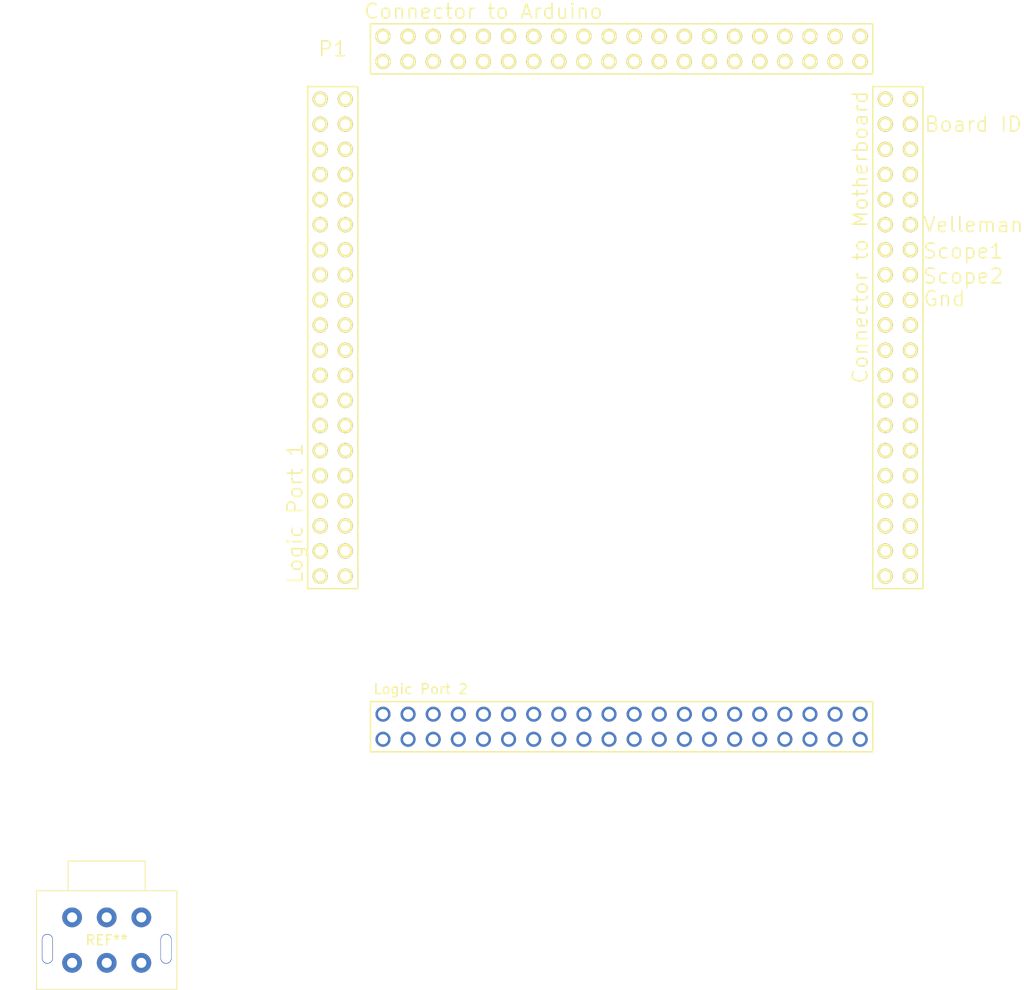
<source format=kicad_pcb>
(kicad_pcb (version 4) (host pcbnew 4.0.6)

  (general
    (links 0)
    (no_connects 0)
    (area 205.464999 23.854999 268.245001 98.065001)
    (thickness 1.6)
    (drawings 0)
    (tracks 0)
    (zones 0)
    (modules 2)
    (nets 1)
  )

  (page A4)
  (layers
    (0 F.Cu signal)
    (31 B.Cu signal)
    (32 B.Adhes user)
    (33 F.Adhes user)
    (34 B.Paste user)
    (35 F.Paste user)
    (36 B.SilkS user)
    (37 F.SilkS user)
    (38 B.Mask user)
    (39 F.Mask user)
    (40 Dwgs.User user)
    (41 Cmts.User user)
    (42 Eco1.User user)
    (43 Eco2.User user)
    (44 Edge.Cuts user)
    (45 Margin user)
    (46 B.CrtYd user)
    (47 F.CrtYd user)
    (48 B.Fab user)
    (49 F.Fab user)
  )

  (setup
    (last_trace_width 0.25)
    (trace_clearance 0.2)
    (zone_clearance 0.508)
    (zone_45_only no)
    (trace_min 0.2)
    (segment_width 0.2)
    (edge_width 0.15)
    (via_size 0.6)
    (via_drill 0.4)
    (via_min_size 0.4)
    (via_min_drill 0.3)
    (uvia_size 0.3)
    (uvia_drill 0.1)
    (uvias_allowed no)
    (uvia_min_size 0.2)
    (uvia_min_drill 0.1)
    (pcb_text_width 0.3)
    (pcb_text_size 1.5 1.5)
    (mod_edge_width 0.15)
    (mod_text_size 1 1)
    (mod_text_width 0.15)
    (pad_size 1.524 1.524)
    (pad_drill 0.762)
    (pad_to_mask_clearance 0.2)
    (aux_axis_origin 0 0)
    (visible_elements 7FFFFFFF)
    (pcbplotparams
      (layerselection 0x00030_80000001)
      (usegerberextensions false)
      (excludeedgelayer true)
      (linewidth 0.100000)
      (plotframeref false)
      (viasonmask false)
      (mode 1)
      (useauxorigin false)
      (hpglpennumber 1)
      (hpglpenspeed 20)
      (hpglpendiameter 15)
      (hpglpenoverlay 2)
      (psnegative false)
      (psa4output false)
      (plotreference true)
      (plotvalue true)
      (plotinvisibletext false)
      (padsonsilk false)
      (subtractmaskfromsilk false)
      (outputformat 1)
      (mirror false)
      (drillshape 1)
      (scaleselection 1)
      (outputdirectory ""))
  )

  (net 0 "")

  (net_class Default "This is the default net class."
    (clearance 0.2)
    (trace_width 0.25)
    (via_dia 0.6)
    (via_drill 0.4)
    (uvia_dia 0.3)
    (uvia_drill 0.1)
  )

  (module 40pinRevised (layer F.Cu) (tedit 5952C588) (tstamp 59530602)
    (at 224.79 44.45)
    (fp_text reference P1 (at -16.51 -17.78) (layer F.SilkS)
      (effects (font (size 1.5 1.5) (thickness 0.15)))
    )
    (fp_text value "" (at -8.255 -12.065) (layer F.SilkS)
      (effects (font (size 1.5 1.5) (thickness 0.15)))
    )
    (fp_text user "Logic Port 2" (at -7.62 46.99) (layer F.SilkS)
      (effects (font (size 1 1) (thickness 0.15)))
    )
    (fp_line (start -12.7 48.26) (end -12.7 53.34) (layer F.SilkS) (width 0.15))
    (fp_line (start -12.7 53.34) (end 38.1 53.34) (layer F.SilkS) (width 0.15))
    (fp_line (start 38.1 53.34) (end 38.1 48.26) (layer F.SilkS) (width 0.15))
    (fp_line (start 38.1 48.26) (end -12.7 48.26) (layer F.SilkS) (width 0.15))
    (fp_text user Scope2 (at 47.244 5.207) (layer F.SilkS)
      (effects (font (size 1.5 1.5) (thickness 0.15)))
    )
    (fp_text user Scope1 (at 47.244 2.667) (layer F.SilkS)
      (effects (font (size 1.5 1.5) (thickness 0.15)))
    )
    (fp_text user "Connector to Motherboard" (at 36.83 1.27 90) (layer F.SilkS)
      (effects (font (size 1.5 1.5) (thickness 0.15)))
    )
    (fp_line (start 12.7 -20.32) (end 38.1 -20.32) (layer F.SilkS) (width 0.15))
    (fp_line (start 38.1 -20.32) (end 38.1 -15.24) (layer F.SilkS) (width 0.15))
    (fp_line (start 38.1 -15.24) (end -12.7 -15.24) (layer F.SilkS) (width 0.15))
    (fp_line (start -13.97 10.16) (end -13.97 36.83) (layer F.SilkS) (width 0.15))
    (fp_line (start -13.97 36.83) (end -19.05 36.83) (layer F.SilkS) (width 0.15))
    (fp_line (start -19.05 36.83) (end -19.05 11.43) (layer F.SilkS) (width 0.15))
    (fp_line (start 43.18 11.43) (end 43.18 36.83) (layer F.SilkS) (width 0.15))
    (fp_line (start 43.18 36.83) (end 38.1 36.83) (layer F.SilkS) (width 0.15))
    (fp_line (start 38.1 36.83) (end 38.1 11.43) (layer F.SilkS) (width 0.15))
    (fp_text user "Board ID" (at 48.26 -10.16) (layer F.SilkS)
      (effects (font (size 1.5 1.5) (thickness 0.15)))
    )
    (fp_line (start 12.7 -20.32) (end -12.7 -20.32) (layer F.SilkS) (width 0.15))
    (fp_line (start -12.7 -20.32) (end -12.7 -15.24) (layer F.SilkS) (width 0.15))
    (fp_line (start 38.1 -13.97) (end 43.18 -13.97) (layer F.SilkS) (width 0.15))
    (fp_line (start 43.18 -13.97) (end 43.18 11.43) (layer F.SilkS) (width 0.15))
    (fp_line (start 38.1 11.43) (end 38.1 -13.97) (layer F.SilkS) (width 0.15))
    (fp_line (start -13.97 10.16) (end -13.97 -13.97) (layer F.SilkS) (width 0.15))
    (fp_line (start -13.97 -13.97) (end -19.05 -13.97) (layer F.SilkS) (width 0.15))
    (fp_line (start -19.05 -13.97) (end -19.05 11.43) (layer F.SilkS) (width 0.15))
    (fp_text user Velleman (at 48.26 0) (layer F.SilkS)
      (effects (font (size 1.5 1.5) (thickness 0.15)))
    )
    (fp_text user Gnd (at 45.339 7.493) (layer F.SilkS)
      (effects (font (size 1.5 1.5) (thickness 0.15)))
    )
    (fp_text user "Connector to Arduino" (at -1.27 -21.59) (layer F.SilkS)
      (effects (font (size 1.5 1.5) (thickness 0.15)))
    )
    (fp_text user "Logic Port 1" (at -20.32 29.21 90) (layer F.SilkS)
      (effects (font (size 1.5 1.5) (thickness 0.15)))
    )
    (pad 20 thru_hole circle (at 39.37 12.7) (size 1.524 1.524) (drill 1.016) (layers *.Cu *.Mask F.SilkS))
    (pad 12 thru_hole circle (at 39.37 22.86) (size 1.524 1.524) (drill 1.016) (layers *.Cu *.Mask F.SilkS))
    (pad 10 thru_hole circle (at 39.37 25.4) (size 1.524 1.524) (drill 1.016) (layers *.Cu *.Mask F.SilkS))
    (pad 9 thru_hole circle (at 41.91 25.4) (size 1.524 1.524) (drill 1.016) (layers *.Cu *.Mask F.SilkS))
    (pad 11 thru_hole circle (at 41.91 22.86) (size 1.524 1.524) (drill 1.016) (layers *.Cu *.Mask F.SilkS))
    (pad 3 thru_hole circle (at 41.91 33.02) (size 1.524 1.524) (drill 1.016) (layers *.Cu *.Mask F.SilkS))
    (pad 1 thru_hole circle (at 41.91 35.56) (size 1.524 1.524) (drill 1.016) (layers *.Cu *.Mask F.SilkS))
    (pad 4 thru_hole circle (at 39.37 33.02) (size 1.524 1.524) (drill 1.016) (layers *.Cu *.Mask F.SilkS))
    (pad 2 thru_hole circle (at 39.37 35.56) (size 1.524 1.524) (drill 1.016) (layers *.Cu *.Mask F.SilkS))
    (pad 6 thru_hole circle (at 39.37 30.48) (size 1.524 1.524) (drill 1.016) (layers *.Cu *.Mask F.SilkS))
    (pad 8 thru_hole circle (at 39.37 27.94) (size 1.524 1.524) (drill 1.016) (layers *.Cu *.Mask F.SilkS))
    (pad 5 thru_hole circle (at 41.91 30.48) (size 1.524 1.524) (drill 1.016) (layers *.Cu *.Mask F.SilkS))
    (pad 7 thru_hole circle (at 41.91 27.94) (size 1.524 1.524) (drill 1.016) (layers *.Cu *.Mask F.SilkS))
    (pad 15 thru_hole circle (at 41.91 17.78) (size 1.524 1.524) (drill 1.016) (layers *.Cu *.Mask F.SilkS))
    (pad 13 thru_hole circle (at 41.91 20.32) (size 1.524 1.524) (drill 1.016) (layers *.Cu *.Mask F.SilkS))
    (pad 17 thru_hole circle (at 41.91 15.24) (size 1.524 1.524) (drill 1.016) (layers *.Cu *.Mask F.SilkS))
    (pad 19 thru_hole circle (at 41.91 12.7) (size 1.524 1.524) (drill 1.016) (layers *.Cu *.Mask F.SilkS))
    (pad 18 thru_hole circle (at 39.37 15.24) (size 1.524 1.524) (drill 1.016) (layers *.Cu *.Mask F.SilkS))
    (pad 25 thru_hole circle (at 41.91 5.08) (size 1.524 1.524) (drill 1.016) (layers *.Cu *.Mask F.SilkS))
    (pad 26 thru_hole circle (at 39.37 5.08) (size 1.524 1.524) (drill 1.016) (layers *.Cu *.Mask F.SilkS))
    (pad 27 thru_hole circle (at 41.91 2.54) (size 1.524 1.524) (drill 1.016) (layers *.Cu *.Mask F.SilkS))
    (pad 28 thru_hole circle (at 39.37 2.54) (size 1.524 1.524) (drill 1.016) (layers *.Cu *.Mask F.SilkS))
    (pad 29 thru_hole circle (at 41.91 0) (size 1.524 1.524) (drill 1.016) (layers *.Cu *.Mask F.SilkS))
    (pad 30 thru_hole circle (at 39.37 0) (size 1.524 1.524) (drill 1.016) (layers *.Cu *.Mask F.SilkS))
    (pad 37 thru_hole circle (at 41.91 -10.16) (size 1.524 1.524) (drill 1.016) (layers *.Cu *.Mask F.SilkS))
    (pad 38 thru_hole circle (at 39.37 -10.16) (size 1.524 1.524) (drill 1.016) (layers *.Cu *.Mask F.SilkS))
    (pad 39 thru_hole circle (at 41.91 -12.7) (size 1.524 1.524) (drill 1.016) (layers *.Cu *.Mask F.SilkS))
    (pad 40 thru_hole circle (at 39.37 -12.7) (size 1.524 1.524) (drill 1.016) (layers *.Cu *.Mask F.SilkS))
    (pad 61 thru_hole circle (at 11.43 -19.05 90) (size 1.524 1.524) (drill 1.016) (layers *.Cu *.Mask F.SilkS))
    (pad 63 thru_hole circle (at 8.89 -19.05 90) (size 1.524 1.524) (drill 1.016) (layers *.Cu *.Mask F.SilkS))
    (pad 65 thru_hole circle (at 6.35 -19.05 90) (size 1.524 1.524) (drill 1.016) (layers *.Cu *.Mask F.SilkS))
    (pad 67 thru_hole circle (at 3.81 -19.05 90) (size 1.524 1.524) (drill 1.016) (layers *.Cu *.Mask F.SilkS))
    (pad 69 thru_hole circle (at 1.27 -19.05 90) (size 1.524 1.524) (drill 1.016) (layers *.Cu *.Mask F.SilkS))
    (pad 71 thru_hole circle (at -1.27 -19.05 90) (size 1.524 1.524) (drill 1.016) (layers *.Cu *.Mask F.SilkS))
    (pad 73 thru_hole circle (at -3.81 -19.05 90) (size 1.524 1.524) (drill 1.016) (layers *.Cu *.Mask F.SilkS))
    (pad 75 thru_hole circle (at -6.35 -19.05 90) (size 1.524 1.524) (drill 1.016) (layers *.Cu *.Mask F.SilkS))
    (pad 77 thru_hole circle (at -8.89 -19.05 90) (size 1.524 1.524) (drill 1.016) (layers *.Cu *.Mask F.SilkS))
    (pad 79 thru_hole circle (at -11.43 -19.05 90) (size 1.524 1.524) (drill 1.016) (layers *.Cu *.Mask F.SilkS))
    (pad 119 thru_hole circle (at -17.78 -12.7) (size 1.524 1.524) (drill 1.016) (layers *.Cu *.Mask F.SilkS))
    (pad 120 thru_hole circle (at -15.24 -12.7) (size 1.524 1.524) (drill 1.016) (layers *.Cu *.Mask F.SilkS))
    (pad 117 thru_hole circle (at -17.78 -10.16) (size 1.524 1.524) (drill 1.016) (layers *.Cu *.Mask F.SilkS))
    (pad 118 thru_hole circle (at -15.24 -10.16) (size 1.524 1.524) (drill 1.016) (layers *.Cu *.Mask F.SilkS))
    (pad 115 thru_hole circle (at -17.78 -7.62) (size 1.524 1.524) (drill 1.016) (layers *.Cu *.Mask F.SilkS))
    (pad 116 thru_hole circle (at -15.24 -7.62) (size 1.524 1.524) (drill 1.016) (layers *.Cu *.Mask F.SilkS))
    (pad 113 thru_hole circle (at -17.78 -5.08) (size 1.524 1.524) (drill 1.016) (layers *.Cu *.Mask F.SilkS))
    (pad 114 thru_hole circle (at -15.24 -5.08) (size 1.524 1.524) (drill 1.016) (layers *.Cu *.Mask F.SilkS))
    (pad 111 thru_hole circle (at -17.78 -2.54) (size 1.524 1.524) (drill 1.016) (layers *.Cu *.Mask F.SilkS))
    (pad 112 thru_hole circle (at -15.24 -2.54) (size 1.524 1.524) (drill 1.016) (layers *.Cu *.Mask F.SilkS))
    (pad 109 thru_hole circle (at -17.78 0) (size 1.524 1.524) (drill 1.016) (layers *.Cu *.Mask F.SilkS))
    (pad 110 thru_hole circle (at -15.24 0) (size 1.524 1.524) (drill 1.016) (layers *.Cu *.Mask F.SilkS))
    (pad 107 thru_hole circle (at -17.78 2.54) (size 1.524 1.524) (drill 1.016) (layers *.Cu *.Mask F.SilkS))
    (pad 108 thru_hole circle (at -15.24 2.54) (size 1.524 1.524) (drill 1.016) (layers *.Cu *.Mask F.SilkS))
    (pad 105 thru_hole circle (at -17.78 5.08) (size 1.524 1.524) (drill 1.016) (layers *.Cu *.Mask F.SilkS))
    (pad 106 thru_hole circle (at -15.24 5.08) (size 1.524 1.524) (drill 1.016) (layers *.Cu *.Mask F.SilkS))
    (pad 103 thru_hole circle (at -17.78 7.62) (size 1.524 1.524) (drill 1.016) (layers *.Cu *.Mask F.SilkS))
    (pad 104 thru_hole circle (at -15.24 7.62) (size 1.524 1.524) (drill 1.016) (layers *.Cu *.Mask F.SilkS))
    (pad 101 thru_hole circle (at -17.78 10.16) (size 1.524 1.524) (drill 1.016) (layers *.Cu *.Mask F.SilkS))
    (pad 102 thru_hole circle (at -15.24 10.16) (size 1.524 1.524) (drill 1.016) (layers *.Cu *.Mask F.SilkS))
    (pad 99 thru_hole circle (at -17.78 12.7 90) (size 1.524 1.524) (drill 1.016) (layers *.Cu *.Mask F.SilkS))
    (pad 100 thru_hole circle (at -15.24 12.7 90) (size 1.524 1.524) (drill 1.016) (layers *.Cu *.Mask F.SilkS))
    (pad 97 thru_hole circle (at -17.78 15.24 90) (size 1.524 1.524) (drill 1.016) (layers *.Cu *.Mask F.SilkS))
    (pad 98 thru_hole circle (at -15.24 15.24 90) (size 1.524 1.524) (drill 1.016) (layers *.Cu *.Mask F.SilkS))
    (pad 95 thru_hole circle (at -17.78 17.78 90) (size 1.524 1.524) (drill 1.016) (layers *.Cu *.Mask F.SilkS))
    (pad 96 thru_hole circle (at -15.24 17.78 90) (size 1.524 1.524) (drill 1.016) (layers *.Cu *.Mask F.SilkS))
    (pad 93 thru_hole circle (at -17.78 20.32 90) (size 1.524 1.524) (drill 1.016) (layers *.Cu *.Mask F.SilkS))
    (pad 94 thru_hole circle (at -15.24 20.32 90) (size 1.524 1.524) (drill 1.016) (layers *.Cu *.Mask F.SilkS))
    (pad 91 thru_hole circle (at -17.78 22.86 90) (size 1.524 1.524) (drill 1.016) (layers *.Cu *.Mask F.SilkS))
    (pad 92 thru_hole circle (at -15.24 22.86 90) (size 1.524 1.524) (drill 1.016) (layers *.Cu *.Mask F.SilkS))
    (pad 89 thru_hole circle (at -17.78 25.4 90) (size 1.524 1.524) (drill 1.016) (layers *.Cu *.Mask F.SilkS))
    (pad 90 thru_hole circle (at -15.24 25.4 90) (size 1.524 1.524) (drill 1.016) (layers *.Cu *.Mask F.SilkS))
    (pad 87 thru_hole circle (at -17.78 27.94 90) (size 1.524 1.524) (drill 1.016) (layers *.Cu *.Mask F.SilkS))
    (pad 88 thru_hole circle (at -15.24 27.94 90) (size 1.524 1.524) (drill 1.016) (layers *.Cu *.Mask F.SilkS))
    (pad 85 thru_hole circle (at -17.78 30.48 90) (size 1.524 1.524) (drill 1.016) (layers *.Cu *.Mask F.SilkS))
    (pad 86 thru_hole circle (at -15.24 30.48 90) (size 1.524 1.524) (drill 1.016) (layers *.Cu *.Mask F.SilkS))
    (pad 83 thru_hole circle (at -17.78 33.02 90) (size 1.524 1.524) (drill 1.016) (layers *.Cu *.Mask F.SilkS))
    (pad 84 thru_hole circle (at -15.24 33.02 90) (size 1.524 1.524) (drill 1.016) (layers *.Cu *.Mask F.SilkS))
    (pad 81 thru_hole circle (at -17.78 35.56 90) (size 1.524 1.524) (drill 1.016) (layers *.Cu *.Mask F.SilkS))
    (pad 82 thru_hole circle (at -15.24 35.56 90) (size 1.524 1.524) (drill 1.016) (layers *.Cu *.Mask F.SilkS))
    (pad 59 thru_hole circle (at 13.97 -19.05 90) (size 1.524 1.524) (drill 1.016) (layers *.Cu *.Mask F.SilkS))
    (pad 57 thru_hole circle (at 16.51 -19.05 90) (size 1.524 1.524) (drill 1.016) (layers *.Cu *.Mask F.SilkS))
    (pad 55 thru_hole circle (at 19.05 -19.05 90) (size 1.524 1.524) (drill 1.016) (layers *.Cu *.Mask F.SilkS))
    (pad 53 thru_hole circle (at 21.59 -19.05 90) (size 1.524 1.524) (drill 1.016) (layers *.Cu *.Mask F.SilkS))
    (pad 51 thru_hole circle (at 24.13 -19.05 90) (size 1.524 1.524) (drill 1.016) (layers *.Cu *.Mask F.SilkS))
    (pad 49 thru_hole circle (at 26.67 -19.05 90) (size 1.524 1.524) (drill 1.016) (layers *.Cu *.Mask F.SilkS))
    (pad 47 thru_hole circle (at 29.21 -19.05 90) (size 1.524 1.524) (drill 1.016) (layers *.Cu *.Mask F.SilkS))
    (pad 45 thru_hole circle (at 31.75 -19.05 90) (size 1.524 1.524) (drill 1.016) (layers *.Cu *.Mask F.SilkS))
    (pad 43 thru_hole circle (at 34.29 -19.05 90) (size 1.524 1.524) (drill 1.016) (layers *.Cu *.Mask F.SilkS))
    (pad 41 thru_hole circle (at 36.83 -19.05 90) (size 1.524 1.524) (drill 1.016) (layers *.Cu *.Mask F.SilkS))
    (pad 80 thru_hole circle (at -11.43 -16.51 90) (size 1.524 1.524) (drill 1.016) (layers *.Cu *.Mask F.SilkS))
    (pad 78 thru_hole circle (at -8.89 -16.51 90) (size 1.524 1.524) (drill 1.016) (layers *.Cu *.Mask F.SilkS))
    (pad 76 thru_hole circle (at -6.35 -16.51 90) (size 1.524 1.524) (drill 1.016) (layers *.Cu *.Mask F.SilkS))
    (pad 74 thru_hole circle (at -3.81 -16.51 90) (size 1.524 1.524) (drill 1.016) (layers *.Cu *.Mask F.SilkS))
    (pad 72 thru_hole circle (at -1.27 -16.51 90) (size 1.524 1.524) (drill 1.016) (layers *.Cu *.Mask F.SilkS))
    (pad 70 thru_hole circle (at 1.27 -16.51 90) (size 1.524 1.524) (drill 1.016) (layers *.Cu *.Mask F.SilkS))
    (pad 68 thru_hole circle (at 3.81 -16.51 90) (size 1.524 1.524) (drill 1.016) (layers *.Cu *.Mask F.SilkS))
    (pad 66 thru_hole circle (at 6.35 -16.51 90) (size 1.524 1.524) (drill 1.016) (layers *.Cu *.Mask F.SilkS))
    (pad 64 thru_hole circle (at 8.89 -16.51 90) (size 1.524 1.524) (drill 1.016) (layers *.Cu *.Mask F.SilkS))
    (pad 62 thru_hole circle (at 11.43 -16.51 90) (size 1.524 1.524) (drill 1.016) (layers *.Cu *.Mask F.SilkS))
    (pad 60 thru_hole circle (at 13.97 -16.51 90) (size 1.524 1.524) (drill 1.016) (layers *.Cu *.Mask F.SilkS))
    (pad 58 thru_hole circle (at 16.51 -16.51 90) (size 1.524 1.524) (drill 1.016) (layers *.Cu *.Mask F.SilkS))
    (pad 56 thru_hole circle (at 19.05 -16.51 90) (size 1.524 1.524) (drill 1.016) (layers *.Cu *.Mask F.SilkS))
    (pad 54 thru_hole circle (at 21.59 -16.51 90) (size 1.524 1.524) (drill 1.016) (layers *.Cu *.Mask F.SilkS))
    (pad 52 thru_hole circle (at 24.13 -16.51 90) (size 1.524 1.524) (drill 1.016) (layers *.Cu *.Mask F.SilkS))
    (pad 50 thru_hole circle (at 26.67 -16.51 90) (size 1.524 1.524) (drill 1.016) (layers *.Cu *.Mask F.SilkS))
    (pad 48 thru_hole circle (at 29.21 -16.51 90) (size 1.524 1.524) (drill 1.016) (layers *.Cu *.Mask F.SilkS))
    (pad 46 thru_hole circle (at 31.75 -16.51 90) (size 1.524 1.524) (drill 1.016) (layers *.Cu *.Mask F.SilkS))
    (pad 44 thru_hole circle (at 34.29 -16.51 90) (size 1.524 1.524) (drill 1.016) (layers *.Cu *.Mask F.SilkS))
    (pad 42 thru_hole circle (at 36.83 -16.51 90) (size 1.524 1.524) (drill 1.016) (layers *.Cu *.Mask F.SilkS))
    (pad 36 thru_hole circle (at 39.37 -7.62) (size 1.524 1.524) (drill 1.016) (layers *.Cu *.Mask F.SilkS))
    (pad 35 thru_hole circle (at 41.91 -7.62) (size 1.524 1.524) (drill 1.016) (layers *.Cu *.Mask F.SilkS))
    (pad 34 thru_hole circle (at 39.37 -5.08) (size 1.524 1.524) (drill 1.016) (layers *.Cu *.Mask F.SilkS))
    (pad 33 thru_hole circle (at 41.91 -5.08) (size 1.524 1.524) (drill 1.016) (layers *.Cu *.Mask F.SilkS))
    (pad 32 thru_hole circle (at 39.37 -2.54) (size 1.524 1.524) (drill 1.016) (layers *.Cu *.Mask F.SilkS))
    (pad 31 thru_hole circle (at 41.91 -2.54) (size 1.524 1.524) (drill 1.016) (layers *.Cu *.Mask F.SilkS))
    (pad 24 thru_hole circle (at 39.37 7.62) (size 1.524 1.524) (drill 1.016) (layers *.Cu *.Mask F.SilkS))
    (pad 22 thru_hole circle (at 39.37 10.16) (size 1.524 1.524) (drill 1.016) (layers *.Cu *.Mask F.SilkS))
    (pad 23 thru_hole circle (at 41.91 7.62) (size 1.524 1.524) (drill 1.016) (layers *.Cu *.Mask F.SilkS))
    (pad 21 thru_hole circle (at 41.91 10.16) (size 1.524 1.524) (drill 1.016) (layers *.Cu *.Mask F.SilkS))
    (pad 16 thru_hole circle (at 39.37 17.78) (size 1.524 1.524) (drill 1.016) (layers *.Cu *.Mask F.SilkS))
    (pad 14 thru_hole circle (at 39.37 20.32) (size 1.524 1.524) (drill 1.016) (layers *.Cu *.Mask F.SilkS))
    (pad 81 thru_hole circle (at -11.43 49.53) (size 1.524 1.524) (drill 1.016) (layers *.Cu *.Mask))
    (pad 82 thru_hole circle (at -11.43 52.07) (size 1.524 1.524) (drill 1.016) (layers *.Cu *.Mask))
    (pad 83 thru_hole circle (at -8.89 49.53) (size 1.524 1.524) (drill 1.016) (layers *.Cu *.Mask))
    (pad 84 thru_hole circle (at -8.89 52.07) (size 1.524 1.524) (drill 1.016) (layers *.Cu *.Mask))
    (pad 85 thru_hole circle (at -6.35 49.53) (size 1.524 1.524) (drill 1.016) (layers *.Cu *.Mask))
    (pad 86 thru_hole circle (at -6.35 52.07) (size 1.524 1.524) (drill 1.016) (layers *.Cu *.Mask))
    (pad 87 thru_hole circle (at -3.81 49.53) (size 1.524 1.524) (drill 1.016) (layers *.Cu *.Mask))
    (pad 88 thru_hole circle (at -3.81 52.07) (size 1.524 1.524) (drill 1.016) (layers *.Cu *.Mask))
    (pad 89 thru_hole circle (at -1.27 49.53) (size 1.524 1.524) (drill 1.016) (layers *.Cu *.Mask))
    (pad 90 thru_hole circle (at -1.27 52.07) (size 1.524 1.524) (drill 1.016) (layers *.Cu *.Mask))
    (pad 91 thru_hole circle (at 1.27 49.53) (size 1.524 1.524) (drill 1.016) (layers *.Cu *.Mask))
    (pad 92 thru_hole circle (at 1.27 52.07) (size 1.524 1.524) (drill 1.016) (layers *.Cu *.Mask))
    (pad 93 thru_hole circle (at 3.81 49.53) (size 1.524 1.524) (drill 1.016) (layers *.Cu *.Mask))
    (pad 94 thru_hole circle (at 3.81 52.07) (size 1.524 1.524) (drill 1.016) (layers *.Cu *.Mask))
    (pad 95 thru_hole circle (at 6.35 49.53) (size 1.524 1.524) (drill 1.016) (layers *.Cu *.Mask))
    (pad 96 thru_hole circle (at 6.35 52.07) (size 1.524 1.524) (drill 1.016) (layers *.Cu *.Mask))
    (pad 97 thru_hole circle (at 8.89 49.53) (size 1.524 1.524) (drill 1.016) (layers *.Cu *.Mask))
    (pad 98 thru_hole circle (at 8.89 52.07) (size 1.524 1.524) (drill 1.016) (layers *.Cu *.Mask))
    (pad 99 thru_hole circle (at 11.43 49.53) (size 1.524 1.524) (drill 1.016) (layers *.Cu *.Mask))
    (pad 100 thru_hole circle (at 11.43 52.07) (size 1.524 1.524) (drill 1.016) (layers *.Cu *.Mask))
    (pad 101 thru_hole circle (at 13.97 49.53) (size 1.524 1.524) (drill 1.016) (layers *.Cu *.Mask))
    (pad 102 thru_hole circle (at 13.97 52.07) (size 1.524 1.524) (drill 1.016) (layers *.Cu *.Mask))
    (pad 103 thru_hole circle (at 16.51 49.53) (size 1.524 1.524) (drill 1.016) (layers *.Cu *.Mask))
    (pad 104 thru_hole circle (at 16.51 52.07) (size 1.524 1.524) (drill 1.016) (layers *.Cu *.Mask))
    (pad 105 thru_hole circle (at 19.05 49.53) (size 1.524 1.524) (drill 1.016) (layers *.Cu *.Mask))
    (pad 106 thru_hole circle (at 19.05 52.07) (size 1.524 1.524) (drill 1.016) (layers *.Cu *.Mask))
    (pad 107 thru_hole circle (at 21.59 49.53) (size 1.524 1.524) (drill 1.016) (layers *.Cu *.Mask))
    (pad 108 thru_hole circle (at 21.59 52.07) (size 1.524 1.524) (drill 1.016) (layers *.Cu *.Mask))
    (pad 109 thru_hole circle (at 24.13 49.53) (size 1.524 1.524) (drill 1.016) (layers *.Cu *.Mask))
    (pad 110 thru_hole circle (at 24.13 52.07) (size 1.524 1.524) (drill 1.016) (layers *.Cu *.Mask))
    (pad 111 thru_hole circle (at 26.67 49.53) (size 1.524 1.524) (drill 1.016) (layers *.Cu *.Mask))
    (pad 112 thru_hole circle (at 26.67 52.07) (size 1.524 1.524) (drill 1.016) (layers *.Cu *.Mask))
    (pad 113 thru_hole circle (at 29.21 49.53) (size 1.524 1.524) (drill 1.016) (layers *.Cu *.Mask))
    (pad 114 thru_hole circle (at 29.21 52.07) (size 1.524 1.524) (drill 1.016) (layers *.Cu *.Mask))
    (pad 115 thru_hole circle (at 31.75 49.53) (size 1.524 1.524) (drill 1.016) (layers *.Cu *.Mask))
    (pad 116 thru_hole circle (at 31.75 52.07) (size 1.524 1.524) (drill 1.016) (layers *.Cu *.Mask))
    (pad 117 thru_hole circle (at 34.29 49.53) (size 1.524 1.524) (drill 1.016) (layers *.Cu *.Mask))
    (pad 118 thru_hole circle (at 34.29 52.07) (size 1.524 1.524) (drill 1.016) (layers *.Cu *.Mask))
    (pad 119 thru_hole circle (at 36.83 49.53) (size 1.524 1.524) (drill 1.016) (layers *.Cu *.Mask))
    (pad 120 thru_hole circle (at 36.83 52.07) (size 1.524 1.524) (drill 1.016) (layers *.Cu *.Mask))
  )

  (module RLS_CustomFootprints:Molex_UltraFit_6pin_3.50mm (layer F.Cu) (tedit 595EDE4E) (tstamp 595EE35C)
    (at 185.42 116.84)
    (fp_text reference REF** (at 0 0) (layer F.SilkS)
      (effects (font (size 1 1) (thickness 0.15)))
    )
    (fp_text value Molex_UltraFit_6pin_3.50mm (at 0 -9) (layer F.Fab)
      (effects (font (size 1 1) (thickness 0.15)))
    )
    (fp_line (start -3.9 -5) (end -3.9 -8) (layer F.SilkS) (width 0.1))
    (fp_line (start -3.9 -8) (end 3.9 -8) (layer F.SilkS) (width 0.1))
    (fp_line (start 3.9 -8) (end 3.9 -5) (layer F.SilkS) (width 0.1))
    (fp_line (start -7.1 -5) (end -7.1 5) (layer F.SilkS) (width 0.1))
    (fp_line (start -7.1 5) (end 7.1 5) (layer F.SilkS) (width 0.1))
    (fp_line (start 7.1 5) (end 7.1 -5) (layer F.SilkS) (width 0.1))
    (fp_line (start 7.1 -5) (end -7.1 -5) (layer F.SilkS) (width 0.1))
    (pad CLIP thru_hole oval (at -6 0.88) (size 1.1 3) (drill oval 1 2.86) (layers *.Cu *.Mask))
    (pad 1 thru_hole circle (at -3.5 -2.3) (size 2 2) (drill 1.02) (layers *.Cu *.Mask))
    (pad 2 thru_hole circle (at 0 -2.3) (size 2 2) (drill 1.02) (layers *.Cu *.Mask))
    (pad 3 thru_hole circle (at 3.5 -2.3) (size 2 2) (drill 1.02) (layers *.Cu *.Mask))
    (pad 4 thru_hole circle (at -3.5 2.3) (size 2 2) (drill 1.02) (layers *.Cu *.Mask))
    (pad 5 thru_hole circle (at 0 2.3) (size 2 2) (drill 1.02) (layers *.Cu *.Mask))
    (pad 6 thru_hole circle (at 3.5 2.3) (size 2 2) (drill 1.02) (layers *.Cu *.Mask))
    (pad CLIP thru_hole oval (at 6 0.88) (size 1.1 3) (drill oval 1 2.86) (layers *.Cu *.Mask))
  )

)

</source>
